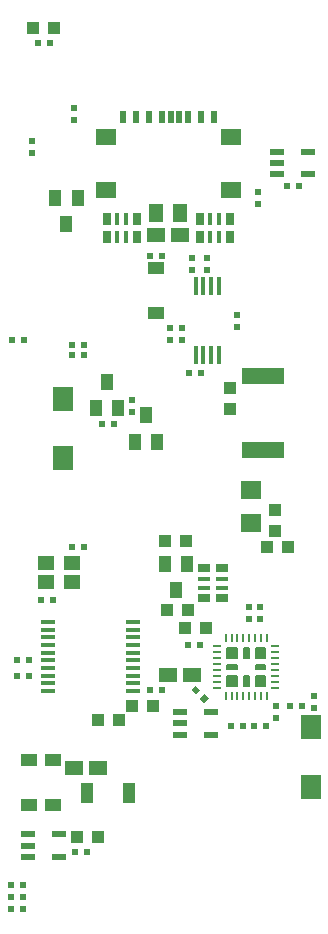
<source format=gbr>
G04 #@! TF.GenerationSoftware,KiCad,Pcbnew,5.1.6-c6e7f7d~87~ubuntu18.04.1*
G04 #@! TF.CreationDate,2022-07-26T15:18:22+03:00*
G04 #@! TF.ProjectId,ESP32-PoE_Rev_K,45535033-322d-4506-9f45-5f5265765f4b,K*
G04 #@! TF.SameCoordinates,Original*
G04 #@! TF.FileFunction,Paste,Bot*
G04 #@! TF.FilePolarity,Positive*
%FSLAX46Y46*%
G04 Gerber Fmt 4.6, Leading zero omitted, Abs format (unit mm)*
G04 Created by KiCad (PCBNEW 5.1.6-c6e7f7d~87~ubuntu18.04.1) date 2022-07-26 15:18:22*
%MOMM*%
%LPD*%
G01*
G04 APERTURE LIST*
%ADD10C,0.200000*%
%ADD11R,1.016000X1.016000*%
%ADD12R,3.654001X1.454000*%
%ADD13R,0.350000X1.500000*%
%ADD14R,1.524000X1.270000*%
%ADD15R,1.400000X1.000000*%
%ADD16R,1.200000X0.550000*%
%ADD17R,0.500000X0.550000*%
%ADD18R,1.000000X1.400000*%
%ADD19R,0.230000X0.780000*%
%ADD20R,0.780000X0.230000*%
%ADD21R,1.270000X1.524000*%
%ADD22R,0.550000X0.500000*%
%ADD23C,0.100000*%
%ADD24R,1.270000X0.325000*%
%ADD25R,1.700000X2.000000*%
%ADD26R,1.016000X1.778000*%
%ADD27R,0.500000X1.000000*%
%ADD28R,1.754000X1.454000*%
%ADD29R,1.016000X0.381000*%
%ADD30R,1.016000X0.635000*%
%ADD31R,0.381000X1.016000*%
%ADD32R,0.635000X1.016000*%
%ADD33R,1.400000X1.200000*%
%ADD34R,1.778000X1.524000*%
G04 APERTURE END LIST*
D10*
X112344000Y-149644000D02*
X112344000Y-150444000D01*
X111544000Y-149644000D02*
X112344000Y-149644000D01*
X111544000Y-150444000D02*
X111544000Y-149644000D01*
X112344000Y-150444000D02*
X111544000Y-150444000D01*
X112344000Y-150344000D02*
X111544000Y-150344000D01*
X112344000Y-150244000D02*
X111544000Y-150244000D01*
X112344000Y-150144000D02*
X111544000Y-150144000D01*
X112344000Y-150044000D02*
X111544000Y-150044000D01*
X112344000Y-149944000D02*
X111544000Y-149944000D01*
X112344000Y-149844000D02*
X111544000Y-149844000D01*
X112344000Y-149744000D02*
X111544000Y-149744000D01*
X109944000Y-149744000D02*
X109144000Y-149744000D01*
X109944000Y-149844000D02*
X109144000Y-149844000D01*
X109944000Y-149944000D02*
X109144000Y-149944000D01*
X109944000Y-150044000D02*
X109144000Y-150044000D01*
X109944000Y-150144000D02*
X109144000Y-150144000D01*
X109944000Y-150244000D02*
X109144000Y-150244000D01*
X109944000Y-150344000D02*
X109144000Y-150344000D01*
X109944000Y-150444000D02*
X109144000Y-150444000D01*
X109144000Y-150444000D02*
X109144000Y-149644000D01*
X109144000Y-149644000D02*
X109944000Y-149644000D01*
X109944000Y-149644000D02*
X109944000Y-150444000D01*
X112344000Y-147344000D02*
X111544000Y-147344000D01*
X112344000Y-147444000D02*
X111544000Y-147444000D01*
X112344000Y-147544000D02*
X111544000Y-147544000D01*
X112344000Y-147644000D02*
X111544000Y-147644000D01*
X112344000Y-147744000D02*
X111544000Y-147744000D01*
X112344000Y-147844000D02*
X111544000Y-147844000D01*
X112344000Y-147944000D02*
X111544000Y-147944000D01*
X112344000Y-148044000D02*
X111544000Y-148044000D01*
X111544000Y-148044000D02*
X111544000Y-147244000D01*
X111544000Y-147244000D02*
X112344000Y-147244000D01*
X112344000Y-147244000D02*
X112344000Y-148044000D01*
X109944000Y-147244000D02*
X109944000Y-148044000D01*
X109144000Y-147244000D02*
X109944000Y-147244000D01*
X109144000Y-148044000D02*
X109144000Y-147244000D01*
X109944000Y-148044000D02*
X109144000Y-148044000D01*
X109944000Y-147944000D02*
X109144000Y-147944000D01*
X109944000Y-147844000D02*
X109144000Y-147844000D01*
X109944000Y-147744000D02*
X109144000Y-147744000D01*
X109944000Y-147644000D02*
X109144000Y-147644000D01*
X109944000Y-147544000D02*
X109144000Y-147544000D01*
X109944000Y-147444000D02*
X109144000Y-147444000D01*
X109944000Y-147344000D02*
X109144000Y-147344000D01*
X110544000Y-150444000D02*
X110944000Y-150444000D01*
X110544000Y-149644000D02*
X110544000Y-150444000D01*
X110944000Y-149644000D02*
X110544000Y-149644000D01*
X110944000Y-150444000D02*
X110944000Y-149644000D01*
X110844000Y-150444000D02*
X110844000Y-149644000D01*
X110744000Y-150444000D02*
X110744000Y-149644000D01*
X110644000Y-150444000D02*
X110644000Y-149644000D01*
X110644000Y-148044000D02*
X110644000Y-147244000D01*
X110744000Y-148044000D02*
X110744000Y-147244000D01*
X110844000Y-148044000D02*
X110844000Y-147244000D01*
X110944000Y-148044000D02*
X110944000Y-147244000D01*
X110944000Y-147244000D02*
X110544000Y-147244000D01*
X110544000Y-147244000D02*
X110544000Y-148044000D01*
X110544000Y-148044000D02*
X110944000Y-148044000D01*
X112344000Y-148644000D02*
X112344000Y-149044000D01*
X111544000Y-148644000D02*
X112344000Y-148644000D01*
X111544000Y-149044000D02*
X111544000Y-148644000D01*
X112344000Y-149044000D02*
X111544000Y-149044000D01*
X112344000Y-148944000D02*
X111544000Y-148944000D01*
X111544000Y-148844000D02*
X112344000Y-148844000D01*
X112344000Y-148744000D02*
X111544000Y-148744000D01*
X109944000Y-148744000D02*
X109144000Y-148744000D01*
X109144000Y-148844000D02*
X109944000Y-148844000D01*
X109944000Y-148944000D02*
X109144000Y-148944000D01*
X109944000Y-149044000D02*
X109144000Y-149044000D01*
X109144000Y-149044000D02*
X109144000Y-148644000D01*
X109144000Y-148644000D02*
X109944000Y-148644000D01*
X109944000Y-148644000D02*
X109944000Y-149044000D01*
D11*
X113157000Y-137287000D03*
X113157000Y-135509000D03*
D12*
X112141000Y-124205200D03*
X112141000Y-130505200D03*
D13*
X106467000Y-116557000D03*
X107117000Y-116557000D03*
X107767000Y-116557000D03*
X108417000Y-116557000D03*
X108417000Y-122457000D03*
X107767000Y-122457000D03*
X107117000Y-122457000D03*
X106467000Y-122457000D03*
D14*
X96139000Y-157353000D03*
X98171000Y-157353000D03*
D15*
X92329000Y-156723000D03*
X92329000Y-160523000D03*
D16*
X105126000Y-154559000D03*
X105126000Y-153609000D03*
X105126000Y-152659000D03*
X107726000Y-154559000D03*
X107726000Y-152659000D03*
D17*
X112395000Y-153797000D03*
X111379000Y-153797000D03*
D15*
X103124000Y-115067000D03*
X103124000Y-118867000D03*
D11*
X98171000Y-153289000D03*
X99949000Y-153289000D03*
D18*
X102237540Y-127548640D03*
X101282500Y-129758440D03*
X103184960Y-129758440D03*
X98933000Y-124714000D03*
X97977960Y-126923800D03*
X99880420Y-126923800D03*
X94554040Y-109128560D03*
X96456500Y-109128560D03*
X95501460Y-111338360D03*
D14*
X103124000Y-112268000D03*
X105156000Y-112268000D03*
D18*
X103825040Y-140116560D03*
X105727500Y-140116560D03*
X104772460Y-142326360D03*
D19*
X108994000Y-151294000D03*
X109494000Y-151294000D03*
X109994000Y-151294000D03*
X110494000Y-151294000D03*
X110994000Y-151294000D03*
X111494000Y-151294000D03*
X111994000Y-151294000D03*
X112494000Y-151294000D03*
D20*
X113194000Y-150594000D03*
X113194000Y-150094000D03*
X113194000Y-149594000D03*
X113194000Y-149094000D03*
X113194000Y-148594000D03*
X113194000Y-148094000D03*
X113194000Y-147594000D03*
X113194000Y-147094000D03*
D19*
X112494000Y-146394000D03*
X111994000Y-146394000D03*
X111494000Y-146394000D03*
X110994000Y-146394000D03*
X110494000Y-146394000D03*
X109994000Y-146394000D03*
X109494000Y-146394000D03*
X108994000Y-146394000D03*
D20*
X108294000Y-147094000D03*
X108294000Y-147594000D03*
X108294000Y-148094000D03*
X108294000Y-148594000D03*
X108294000Y-149094000D03*
X108294000Y-149594000D03*
X108294000Y-150094000D03*
X108294000Y-150594000D03*
D17*
X103632000Y-150749000D03*
X102616000Y-150749000D03*
D11*
X102870000Y-152146000D03*
X101092000Y-152146000D03*
D17*
X91821000Y-168275000D03*
X90805000Y-168275000D03*
X90805000Y-167259000D03*
X91821000Y-167259000D03*
D15*
X94361000Y-160523000D03*
X94361000Y-156723000D03*
D17*
X91821000Y-169291000D03*
X90805000Y-169291000D03*
X93091000Y-96012000D03*
X94107000Y-96012000D03*
X97282000Y-164465000D03*
X96266000Y-164465000D03*
D16*
X92299000Y-164907000D03*
X92299000Y-163957000D03*
X92299000Y-163007000D03*
X94899000Y-164907000D03*
X94899000Y-163007000D03*
D17*
X96012000Y-121539000D03*
X97028000Y-121539000D03*
D11*
X103886000Y-138176000D03*
X105664000Y-138176000D03*
D21*
X103124000Y-110363000D03*
X105156000Y-110363000D03*
D22*
X110998000Y-143764000D03*
X110998000Y-144780000D03*
D17*
X105791000Y-146939000D03*
X106807000Y-146939000D03*
D22*
X113284000Y-152146000D03*
X113284000Y-153162000D03*
X92583000Y-104267000D03*
X92583000Y-105283000D03*
X111760000Y-108585000D03*
X111760000Y-109601000D03*
X104267000Y-121158000D03*
X104267000Y-120142000D03*
D23*
G36*
X106840811Y-150774902D02*
G01*
X106451902Y-151163811D01*
X106098349Y-150810258D01*
X106487258Y-150421349D01*
X106840811Y-150774902D01*
G37*
G36*
X106816769Y-151528678D02*
G01*
X107205678Y-151139769D01*
X107559231Y-151493322D01*
X107170322Y-151882231D01*
X106816769Y-151528678D01*
G37*
D22*
X116459000Y-151257000D03*
X116459000Y-152273000D03*
D17*
X115443000Y-152146000D03*
X114427000Y-152146000D03*
X97028000Y-122428000D03*
X96012000Y-122428000D03*
X91948000Y-121158000D03*
X90932000Y-121158000D03*
X91313000Y-148209000D03*
X92329000Y-148209000D03*
X91313000Y-149606000D03*
X92329000Y-149606000D03*
D11*
X98171000Y-163195000D03*
X96393000Y-163195000D03*
D24*
X93916500Y-150880000D03*
X93916500Y-150230000D03*
X93916500Y-149580000D03*
X93916500Y-148930000D03*
X93916500Y-148280000D03*
X93916500Y-147630000D03*
X93916500Y-146980000D03*
X93916500Y-146330000D03*
X93916500Y-145680000D03*
X93916500Y-145030000D03*
X101155500Y-145030000D03*
X101155500Y-145680000D03*
X101155500Y-146330000D03*
X101155500Y-146980000D03*
X101155500Y-147630000D03*
X101155500Y-148280000D03*
X101155500Y-148930000D03*
X101155500Y-149580000D03*
X101155500Y-150230000D03*
X101155500Y-150880000D03*
D25*
X95250000Y-126151000D03*
X95250000Y-131151000D03*
D26*
X100838000Y-159512000D03*
X97282000Y-159512000D03*
D27*
X100290000Y-102237000D03*
X101390000Y-102237000D03*
X102490000Y-102237000D03*
X103590000Y-102237000D03*
X104340000Y-102237000D03*
X105040000Y-102237000D03*
X105790000Y-102237000D03*
X106890000Y-102237000D03*
X107990000Y-102237000D03*
D28*
X109440000Y-103987000D03*
X98840000Y-103987000D03*
X109440000Y-108437000D03*
X98840000Y-108437000D03*
D11*
X105537000Y-145542000D03*
X107315000Y-145542000D03*
X105791000Y-144018000D03*
X104013000Y-144018000D03*
D29*
X107188000Y-141351000D03*
X107188000Y-142113000D03*
X108712000Y-141351000D03*
X108712000Y-142113000D03*
D30*
X107188000Y-140462000D03*
X108712000Y-140462000D03*
X107188000Y-143002000D03*
X108712000Y-143002000D03*
D31*
X100584000Y-110871000D03*
X99822000Y-110871000D03*
X100584000Y-112395000D03*
X99822000Y-112395000D03*
D32*
X101473000Y-110871000D03*
X101473000Y-112395000D03*
X98933000Y-110871000D03*
X98933000Y-112395000D03*
D14*
X104140000Y-149479000D03*
X106172000Y-149479000D03*
D17*
X93345000Y-143129000D03*
X94361000Y-143129000D03*
X103632000Y-114046000D03*
X102616000Y-114046000D03*
X99568000Y-128270000D03*
X98552000Y-128270000D03*
D22*
X101092000Y-126238000D03*
X101092000Y-127254000D03*
D31*
X108458000Y-110871000D03*
X107696000Y-110871000D03*
X108458000Y-112395000D03*
X107696000Y-112395000D03*
D32*
X109347000Y-110871000D03*
X109347000Y-112395000D03*
X106807000Y-110871000D03*
X106807000Y-112395000D03*
D17*
X96012000Y-138684000D03*
X97028000Y-138684000D03*
D33*
X95969000Y-140043000D03*
X93769000Y-141643000D03*
X93769000Y-140043000D03*
X95969000Y-141643000D03*
D11*
X92710000Y-94742000D03*
X94488000Y-94742000D03*
D17*
X110490000Y-153797000D03*
X109474000Y-153797000D03*
D25*
X116205000Y-153964000D03*
X116205000Y-158964000D03*
D22*
X105283000Y-120142000D03*
X105283000Y-121158000D03*
X106172000Y-114173000D03*
X106172000Y-115189000D03*
X107442000Y-114173000D03*
X107442000Y-115189000D03*
D34*
X111125000Y-136652000D03*
X111125000Y-133858000D03*
D11*
X109347000Y-127000000D03*
X109347000Y-125222000D03*
D22*
X111887000Y-144780000D03*
X111887000Y-143764000D03*
D11*
X114300000Y-138684000D03*
X112522000Y-138684000D03*
D17*
X114173000Y-108077000D03*
X115189000Y-108077000D03*
D22*
X96139000Y-101473000D03*
X96139000Y-102489000D03*
D16*
X115980999Y-105222000D03*
X115980999Y-107122000D03*
X113380999Y-105222000D03*
X113380999Y-106172000D03*
X113380999Y-107122000D03*
D17*
X105918000Y-123952000D03*
X106934000Y-123952000D03*
D22*
X109982000Y-118999000D03*
X109982000Y-120015000D03*
M02*

</source>
